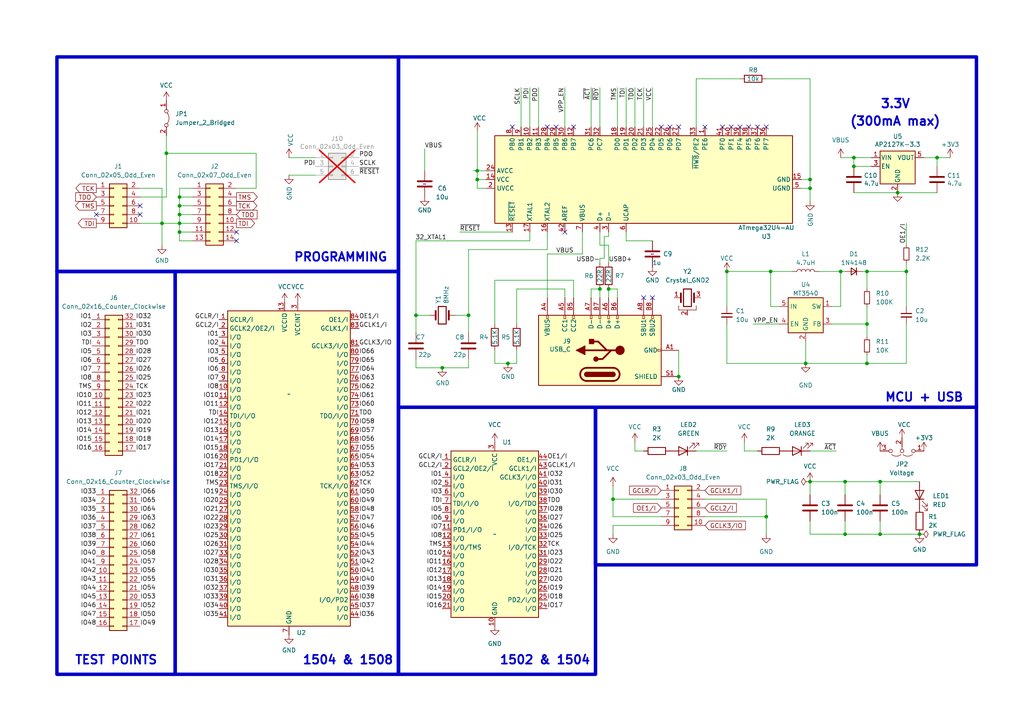
<source format=kicad_sch>
(kicad_sch (version 20231120) (generator "eeschema") (generator_version "8.0")
  (paper "A4")
  (title_block (title "ATF150x Programming Board") (date "2024-04-07") (rev "2") (company "The Really Old-School Company Limited") (comment 1 "Copyright ©2024"))
  (junction (at 247.65 45.72))
  (junction (at 262.89 78.74))
  (junction (at 52.07 64.77))
  (junction (at 251.46 93.98))
  (junction (at 255.27 154.94))
  (junction (at 52.07 62.23))
  (junction (at 251.46 105.41))
  (junction (at 138.43 49.53))
  (junction (at 135.89 91.44))
  (junction (at 52.07 57.15))
  (junction (at 234.95 54.61))
  (junction (at 128.27 106.68))
  (junction (at 271.78 45.72))
  (junction (at 147.32 105.41))
  (junction (at 52.07 59.69))
  (junction (at 46.99 64.77))
  (junction (at 223.52 78.74))
  (junction (at 138.43 52.07))
  (junction (at 52.07 67.31))
  (junction (at 196.85 109.22))
  (junction (at 210.82 78.74))
  (junction (at 247.65 48.26))
  (junction (at 245.11 139.7))
  (junction (at 266.7 154.94))
  (junction (at 222.25 149.86))
  (junction (at 255.27 139.7))
  (junction (at 251.46 78.74))
  (junction (at 234.95 52.07))
  (junction (at 48.26 44.45))
  (junction (at 233.68 105.41))
  (junction (at 243.84 78.74))
  (junction (at 234.95 139.7))
  (junction (at 120.65 91.44))
  (junction (at 173.99 83.82))
  (junction (at 260.35 55.88))
  (junction (at 245.11 154.94))
  (junction (at 177.8 144.78))
  (junction (at 176.53 83.82))
  (no_connect (at 189.23 86.36))
  (no_connect (at 68.58 67.31))
  (no_connect (at 214.63 36.83))
  (no_connect (at 217.17 36.83))
  (no_connect (at 40.64 59.69))
  (no_connect (at 196.85 36.83))
  (no_connect (at 212.09 36.83))
  (no_connect (at 163.83 67.31))
  (no_connect (at 191.77 36.83))
  (no_connect (at 186.69 86.36))
  (no_connect (at 161.29 36.83))
  (no_connect (at 27.94 62.23))
  (no_connect (at 219.71 36.83))
  (no_connect (at 209.55 36.83))
  (no_connect (at 204.47 36.83))
  (no_connect (at 194.31 36.83))
  (no_connect (at 166.37 36.83))
  (no_connect (at 158.75 36.83))
  (no_connect (at 222.25 36.83))
  (no_connect (at 40.64 62.23))
  (no_connect (at 148.59 36.83))
  (no_connect (at 68.58 69.85))
  (wire (pts (xy 143.51 81.28) (xy 143.51 93.98)))
  (wire (pts (xy 176.53 71.12) (xy 176.53 76.2)))
  (wire (pts (xy 138.43 54.61) (xy 140.97 54.61)))
  (wire (pts (xy 243.84 88.9) (xy 243.84 78.74)))
  (wire (pts (xy 171.45 83.82) (xy 173.99 83.82)))
  (wire (pts (xy 262.89 64.77) (xy 262.89 71.12)))
  (wire (pts (xy 156.21 25.4) (xy 156.21 36.83)))
  (wire (pts (xy 173.99 25.4) (xy 173.99 36.83)))
  (wire (pts (xy 83.82 50.8) (xy 91.44 50.8)))
  (wire (pts (xy 196.85 101.6) (xy 196.85 109.22)))
  (wire (pts (xy 243.84 45.72) (xy 247.65 45.72)))
  (wire (pts (xy 153.67 67.31) (xy 153.67 69.85)))
  (wire (pts (xy 52.07 57.15) (xy 55.88 57.15)))
  (wire (pts (xy 181.61 25.4) (xy 181.61 36.83)))
  (wire (pts (xy 201.93 22.86) (xy 214.63 22.86)))
  (wire (pts (xy 271.78 45.72) (xy 275.59 45.72)))
  (wire (pts (xy 247.65 48.26) (xy 247.65 45.72)))
  (wire (pts (xy 83.82 45.72) (xy 91.44 45.72)))
  (wire (pts (xy 176.53 67.31) (xy 176.53 68.58)))
  (wire (pts (xy 173.99 74.93) (xy 173.99 76.2)))
  (wire (pts (xy 173.99 83.82) (xy 173.99 86.36)))
  (wire (pts (xy 173.99 71.12) (xy 176.53 71.12)))
  (wire (pts (xy 266.7 139.7) (xy 255.27 139.7)))
  (wire (pts (xy 232.41 52.07) (xy 234.95 52.07)))
  (wire (pts (xy 234.95 54.61) (xy 234.95 58.42)))
  (wire (pts (xy 191.77 149.86) (xy 177.8 149.86)))
  (wire (pts (xy 176.53 83.82) (xy 179.07 83.82)))
  (wire (pts (xy 191.77 152.4) (xy 177.8 152.4)))
  (wire (pts (xy 158.75 67.31) (xy 158.75 72.39)))
  (wire (pts (xy 149.86 83.82) (xy 149.86 93.98)))
  (wire (pts (xy 138.43 52.07) (xy 140.97 52.07)))
  (wire (pts (xy 247.65 48.26) (xy 252.73 48.26)))
  (wire (pts (xy 171.45 86.36) (xy 171.45 83.82)))
  (wire (pts (xy 247.65 55.88) (xy 260.35 55.88)))
  (wire (pts (xy 138.43 49.53) (xy 138.43 52.07)))
  (wire (pts (xy 234.95 154.94) (xy 245.11 154.94)))
  (wire (pts (xy 175.26 74.93) (xy 173.99 74.93)))
  (wire (pts (xy 143.51 101.6) (xy 143.51 105.41)))
  (wire (pts (xy 52.07 69.85) (xy 55.88 69.85)))
  (wire (pts (xy 204.47 149.86) (xy 222.25 149.86)))
  (wire (pts (xy 48.26 39.37) (xy 48.26 44.45)))
  (wire (pts (xy 168.91 73.66) (xy 158.75 73.66)))
  (wire (pts (xy 175.26 68.58) (xy 176.53 68.58)))
  (wire (pts (xy 166.37 81.28) (xy 143.51 81.28)))
  (wire (pts (xy 245.11 151.13) (xy 245.11 154.94)))
  (wire (pts (xy 234.95 52.07) (xy 234.95 54.61)))
  (wire (pts (xy 177.8 149.86) (xy 177.8 144.78)))
  (wire (pts (xy 124.46 91.44) (xy 120.65 91.44)))
  (wire (pts (xy 222.25 144.78) (xy 222.25 149.86)))
  (wire (pts (xy 262.89 76.2) (xy 262.89 78.74)))
  (wire (pts (xy 52.07 64.77) (xy 55.88 64.77)))
  (wire (pts (xy 255.27 154.94) (xy 266.7 154.94)))
  (wire (pts (xy 245.11 139.7) (xy 234.95 139.7)))
  (wire (pts (xy 247.65 45.72) (xy 252.73 45.72)))
  (wire (pts (xy 40.64 54.61) (xy 46.99 54.61)))
  (wire (pts (xy 158.75 73.66) (xy 158.75 86.36)))
  (wire (pts (xy 40.64 64.77) (xy 46.99 64.77)))
  (wire (pts (xy 177.8 152.4) (xy 177.8 154.94)))
  (wire (pts (xy 135.89 91.44) (xy 135.89 96.52)))
  (wire (pts (xy 215.9 130.81) (xy 219.71 130.81)))
  (wire (pts (xy 74.295 44.45) (xy 74.295 54.61)))
  (wire (pts (xy 191.77 144.78) (xy 177.8 144.78)))
  (wire (pts (xy 179.07 83.82) (xy 179.07 86.36)))
  (wire (pts (xy 163.83 86.36) (xy 163.83 83.82)))
  (wire (pts (xy 251.46 97.79) (xy 251.46 93.98)))
  (wire (pts (xy 166.37 86.36) (xy 166.37 81.28)))
  (wire (pts (xy 52.07 59.69) (xy 52.07 57.15)))
  (wire (pts (xy 168.91 67.31) (xy 168.91 73.66)))
  (wire (pts (xy 232.41 54.61) (xy 234.95 54.61)))
  (wire (pts (xy 255.27 139.7) (xy 245.11 139.7)))
  (wire (pts (xy 241.3 88.9) (xy 243.84 88.9)))
  (wire (pts (xy 262.89 93.98) (xy 262.89 105.41)))
  (wire (pts (xy 210.82 93.98) (xy 210.82 105.41)))
  (wire (pts (xy 215.9 128.27) (xy 215.9 130.81)))
  (wire (pts (xy 52.07 62.23) (xy 52.07 59.69)))
  (wire (pts (xy 147.32 105.41) (xy 149.86 105.41)))
  (wire (pts (xy 46.99 54.61) (xy 46.99 64.77)))
  (wire (pts (xy 210.82 78.74) (xy 223.52 78.74)))
  (wire (pts (xy 138.43 49.53) (xy 140.97 49.53)))
  (wire (pts (xy 171.45 25.4) (xy 171.45 36.83)))
  (wire (pts (xy 123.19 49.53) (xy 123.19 43.18)))
  (wire (pts (xy 135.89 106.68) (xy 135.89 104.14)))
  (wire (pts (xy 120.65 106.68) (xy 120.65 104.14)))
  (wire (pts (xy 52.07 67.31) (xy 55.88 67.31)))
  (wire (pts (xy 153.67 25.4) (xy 153.67 36.83)))
  (wire (pts (xy 179.07 25.4) (xy 179.07 36.83)))
  (wire (pts (xy 234.95 151.13) (xy 234.95 154.94)))
  (wire (pts (xy 120.65 96.52) (xy 120.65 91.44)))
  (wire (pts (xy 137.16 49.53) (xy 138.43 49.53)))
  (wire (pts (xy 52.07 67.31) (xy 52.07 69.85)))
  (wire (pts (xy 135.89 72.39) (xy 158.75 72.39)))
  (wire (pts (xy 251.46 78.74) (xy 250.19 78.74)))
  (wire (pts (xy 222.25 22.86) (xy 234.95 22.86)))
  (wire (pts (xy 223.52 88.9) (xy 223.52 78.74)))
  (wire (pts (xy 52.07 64.77) (xy 52.07 62.23)))
  (wire (pts (xy 120.65 106.68) (xy 128.27 106.68)))
  (wire (pts (xy 48.26 57.15) (xy 40.64 57.15)))
  (wire (pts (xy 201.93 130.81) (xy 210.82 130.81)))
  (wire (pts (xy 133.35 67.31) (xy 148.59 67.31)))
  (wire (pts (xy 226.06 88.9) (xy 223.52 88.9)))
  (wire (pts (xy 271.78 48.26) (xy 271.78 45.72)))
  (wire (pts (xy 128.27 106.68) (xy 135.89 106.68)))
  (wire (pts (xy 186.69 25.4) (xy 186.69 36.83)))
  (wire (pts (xy 222.25 149.86) (xy 222.25 154.94)))
  (wire (pts (xy 46.99 64.77) (xy 52.07 64.77)))
  (wire (pts (xy 151.13 25.4) (xy 151.13 36.83)))
  (wire (pts (xy 149.86 101.6) (xy 149.86 105.41)))
  (wire (pts (xy 260.35 55.88) (xy 271.78 55.88)))
  (wire (pts (xy 46.99 64.77) (xy 46.99 71.12)))
  (wire (pts (xy 189.23 69.85) (xy 181.61 69.85)))
  (wire (pts (xy 184.15 130.81) (xy 186.69 130.81)))
  (wire (pts (xy 223.52 78.74) (xy 229.87 78.74)))
  (wire (pts (xy 251.46 83.82) (xy 251.46 78.74)))
  (wire (pts (xy 234.95 22.86) (xy 234.95 52.07)))
  (wire (pts (xy 245.11 139.7) (xy 245.11 143.51)))
  (wire (pts (xy 245.11 154.94) (xy 255.27 154.94)))
  (wire (pts (xy 143.51 105.41) (xy 147.32 105.41)))
  (wire (pts (xy 267.97 45.72) (xy 271.78 45.72)))
  (wire (pts (xy 233.68 105.41) (xy 251.46 105.41)))
  (wire (pts (xy 135.89 72.39) (xy 135.89 91.44)))
  (wire (pts (xy 251.46 88.9) (xy 251.46 93.98)))
  (wire (pts (xy 233.68 99.06) (xy 233.68 105.41)))
  (wire (pts (xy 210.82 88.9) (xy 210.82 78.74)))
  (wire (pts (xy 237.49 78.74) (xy 243.84 78.74)))
  (wire (pts (xy 245.11 78.74) (xy 243.84 78.74)))
  (wire (pts (xy 176.53 83.82) (xy 176.53 86.36)))
  (wire (pts (xy 210.82 105.41) (xy 233.68 105.41)))
  (wire (pts (xy 218.44 93.98) (xy 226.06 93.98)))
  (wire (pts (xy 120.65 69.85) (xy 120.65 91.44)))
  (wire (pts (xy 234.95 130.81) (xy 242.57 130.81)))
  (wire (pts (xy 262.89 78.74) (xy 262.89 88.9)))
  (wire (pts (xy 181.61 69.85) (xy 181.61 67.31)))
  (wire (pts (xy 163.83 25.4) (xy 163.83 36.83)))
  (wire (pts (xy 52.07 57.15) (xy 52.07 54.61)))
  (wire (pts (xy 68.58 54.61) (xy 74.295 54.61)))
  (wire (pts (xy 74.295 44.45) (xy 48.26 44.45)))
  (wire (pts (xy 163.83 83.82) (xy 149.86 83.82)))
  (wire (pts (xy 120.65 69.85) (xy 153.67 69.85)))
  (wire (pts (xy 177.8 144.78) (xy 177.8 140.97)))
  (wire (pts (xy 52.07 64.77) (xy 52.07 67.31)))
  (wire (pts (xy 201.93 22.86) (xy 201.93 36.83)))
  (wire (pts (xy 184.15 25.4) (xy 184.15 36.83)))
  (wire (pts (xy 262.89 105.41) (xy 251.46 105.41)))
  (wire (pts (xy 234.95 139.7) (xy 234.95 143.51)))
  (wire (pts (xy 251.46 105.41) (xy 251.46 102.87)))
  (wire (pts (xy 175.26 68.58) (xy 175.26 74.93)))
  (wire (pts (xy 189.23 25.4) (xy 189.23 36.83)))
  (wire (pts (xy 138.43 52.07) (xy 138.43 54.61)))
  (wire (pts (xy 204.47 144.78) (xy 222.25 144.78)))
  (wire (pts (xy 241.3 93.98) (xy 251.46 93.98)))
  (wire (pts (xy 52.07 54.61) (xy 55.88 54.61)))
  (wire (pts (xy 52.07 59.69) (xy 55.88 59.69)))
  (wire (pts (xy 48.26 44.45) (xy 48.26 57.15)))
  (wire (pts (xy 251.46 78.74) (xy 262.89 78.74)))
  (wire (pts (xy 255.27 139.7) (xy 255.27 143.51)))
  (wire (pts (xy 132.08 91.44) (xy 135.89 91.44)))
  (wire (pts (xy 255.27 151.13) (xy 255.27 154.94)))
  (wire (pts (xy 138.43 38.1) (xy 138.43 49.53)))
  (wire (pts (xy 52.07 62.23) (xy 55.88 62.23)))
  (wire (pts (xy 173.99 67.31) (xy 173.99 71.12)))
  (wire (pts (xy 184.15 128.27) (xy 184.15 130.81)))
  (rectangle (start 172.72 118.11) (end 283.21 163.83) (stroke (width 1)))
  (rectangle (start 50.8 78.74) (end 115.57 195.58) (stroke (width 1)))
  (rectangle (start 16.51 78.74) (end 50.8 195.58) (stroke (width 1)))
  (rectangle (start 16.51 16.51) (end 115.57 78.74) (stroke (width 1)))
  (rectangle (start 115.57 118.11) (end 172.72 195.58) (stroke (width 1)))
  (rectangle (start 115.57 16.51) (end 283.21 118.11) (stroke (width 1)))
  (text "1504 & 1508" (at 87.63 193.04 0) (effects (font (size 2.5 2.5) (thickness 0.5) (bold yes)) (justify left bottom)))
  (text "(300mA max)" (at 246.38 36.83 0) (effects (font (size 2.54 2.54) (thickness 0.508) (bold yes)) (justify left bottom)))
  (text "PROGRAMMING" (at 85.09 76.2 0) (effects (font (size 2.5 2.5) (thickness 0.5) (bold yes)) (justify left bottom)))
  (text "MCU + USB" (at 256.54 116.84 0) (effects (font (size 2.5 2.5) (thickness 0.5) (bold yes)) (justify left bottom)))
  (text "3.3V" (at 255.27 31.75 0) (effects (font (size 2.54 2.54) (thickness 0.508) (bold yes)) (justify left bottom)))
  (text "TEST POINTS" (at 21.59 193.04 0) (effects (font (size 2.5 2.5) (thickness 0.5) (bold yes)) (justify left bottom)))
  (text "1502 & 1504" (at 144.78 193.04 0) (effects (font (size 2.5 2.5) (thickness 0.5) (bold yes)) (justify left bottom)))
  (label "IO49" (at 104.14 146.05 0))
  (label "IO13" (at 128.27 168.91 180))
  (label "IO19" (at 63.5 143.51 180))
  (label "IO2" (at 128.27 140.97 180))
  (label "IO66" (at 40.64 143.51 0))
  (label "IO30" (at 39.37 97.79 0))
  (label "IO65" (at 104.14 105.41 0))
  (label "PDI" (at 91.44 48.26 180))
  (label "SCLK" (at 104.14 48.26 0))
  (label "IO1" (at 26.67 92.71 180))
  (label "IO25" (at 63.5 156.21 180))
  (label "OE1{slash}I" (at 262.89 64.77 270))
  (label "IO2" (at 26.67 95.25 180))
  (label "IO27" (at 63.5 161.29 180))
  (label "IO41" (at 104.14 166.37 0))
  (label "TCK" (at 39.37 113.03 0))
  (label "IO64" (at 40.64 148.59 0))
  (label "IO48" (at 104.14 148.59 0))
  (label "IO50" (at 40.64 179.07 0))
  (label "IO20" (at 63.5 146.05 180))
  (label "IO12" (at 128.27 166.37 180))
  (label "IO39" (at 27.94 158.75 180))
  (label "IO28" (at 63.5 163.83 180))
  (label "IO46" (at 104.14 153.67 0))
  (label "IO23" (at 63.5 153.67 180))
  (label "PDO" (at 104.14 45.72 0))
  (label "~{ACT}" (at 242.57 130.81 180))
  (label "GCL2{slash}I" (at 128.27 135.89 180))
  (label "IO25" (at 39.37 110.49 0))
  (label "IO31" (at 63.5 168.91 180))
  (label "IO1" (at 63.5 97.79 180))
  (label "VCC" (at 189.23 25.4 270))
  (label "IO61" (at 40.64 156.21 0))
  (label "IO19" (at 39.37 125.73 0))
  (label "VPP_EN" (at 218.44 93.98 0))
  (label "~{RDY}" (at 173.99 25.4 270))
  (label "IO31" (at 158.75 140.97 0))
  (label "IO16" (at 128.27 176.53 180))
  (label "IO2" (at 63.5 100.33 180))
  (label "IO49" (at 40.64 181.61 0))
  (label "IO57" (at 40.64 163.83 0))
  (label "IO14" (at 63.5 128.27 180))
  (label "VPP_EN" (at 163.83 25.4 270))
  (label "IO52" (at 40.64 176.53 0))
  (label "IO5" (at 128.27 148.59 180))
  (label "TMS" (at 26.67 113.03 180))
  (label "IO27" (at 39.37 105.41 0))
  (label "IO44" (at 104.14 158.75 0))
  (label "IO22" (at 158.75 163.83 0))
  (label "IO17" (at 63.5 135.89 180))
  (label "USBD-" (at 173.99 76.2 180))
  (label "~{RESET}" (at 133.35 67.31 0))
  (label "IO60" (at 40.64 158.75 0))
  (label "TDO" (at 158.75 146.05 0))
  (label "IO7" (at 26.67 107.95 180))
  (label "IO11" (at 128.27 163.83 180))
  (label "TDI" (at 63.5 120.65 180))
  (label "IO40" (at 27.94 161.29 180))
  (label "VBUS" (at 123.19 43.18 0))
  (label "IO54" (at 104.14 133.35 0))
  (label "IO18" (at 39.37 128.27 0))
  (label "IO16" (at 26.67 130.81 180))
  (label "IO53" (at 40.64 173.99 0))
  (label "IO60" (at 104.14 118.11 0))
  (label "IO43" (at 27.94 168.91 180))
  (label "IO32" (at 158.75 138.43 0))
  (label "GCLK3{slash}IO" (at 104.14 100.33 0))
  (label "IO38" (at 27.94 156.21 180))
  (label "IO56" (at 40.64 166.37 0))
  (label "IO18" (at 158.75 173.99 0))
  (label "IO48" (at 27.94 181.61 180))
  (label "TCK" (at 104.14 140.97 0))
  (label "IO64" (at 104.14 107.95 0))
  (label "IO32" (at 39.37 92.71 0))
  (label "~{ACT}" (at 171.45 25.4 270))
  (label "VBUS" (at 161.29 73.66 0))
  (label "TDI" (at 128.27 146.05 180))
  (label "IO14" (at 128.27 171.45 180))
  (label "GCLR{slash}I" (at 128.27 133.35 180))
  (label "IO62" (at 104.14 113.03 0))
  (label "IO15" (at 26.67 128.27 180))
  (label "IO57" (at 104.14 125.73 0))
  (label "IO15" (at 128.27 173.99 180))
  (label "GCLR{slash}I" (at 63.5 92.71 180))
  (label "IO58" (at 40.64 161.29 0))
  (label "IO23" (at 39.37 115.57 0))
  (label "IO1" (at 128.27 138.43 180))
  (label "IO37" (at 104.14 176.53 0))
  (label "IO35" (at 63.5 179.07 180))
  (label "IO36" (at 27.94 151.13 180))
  (label "IO26" (at 63.5 158.75 180))
  (label "TDI" (at 26.67 100.33 180))
  (label "OE1{slash}I" (at 158.75 133.35 0))
  (label "IO11" (at 26.67 118.11 180))
  (label "IO53" (at 104.14 135.89 0))
  (label "IO16" (at 63.5 133.35 180))
  (label "IO6" (at 128.27 151.13 180))
  (label "IO37" (at 27.94 153.67 180))
  (label "IO14" (at 26.67 125.73 180))
  (label "IO20" (at 158.75 168.91 0))
  (label "IO45" (at 104.14 156.21 0))
  (label "IO13" (at 63.5 125.73 180))
  (label "IO8" (at 63.5 113.03 180))
  (label "IO8" (at 26.67 110.49 180))
  (label "IO26" (at 39.37 107.95 0))
  (label "GCLK1{slash}I" (at 158.75 135.89 0))
  (label "IO47" (at 27.94 179.07 180))
  (label "TDO" (at 104.14 120.65 0))
  (label "IO52" (at 104.14 138.43 0))
  (label "IO47" (at 104.14 151.13 0))
  (label "IO19" (at 158.75 171.45 0))
  (label "IO11" (at 63.5 118.11 180))
  (label "IO54" (at 40.64 171.45 0))
  (label "IO22" (at 39.37 118.11 0))
  (label "IO21" (at 39.37 120.65 0))
  (label "IO36" (at 104.14 179.07 0))
  (label "TCK" (at 158.75 158.75 0))
  (label "IO61" (at 104.14 115.57 0))
  (label "IO17" (at 158.75 176.53 0))
  (label "IO65" (at 40.64 146.05 0))
  (label "OE1{slash}I" (at 104.14 92.71 0))
  (label "IO58" (at 104.14 123.19 0))
  (label "IO33" (at 63.5 173.99 180))
  (label "IO12" (at 26.67 120.65 180))
  (label "IO34" (at 27.94 146.05 180))
  (label "IO44" (at 27.94 171.45 180))
  (label "GCLK1{slash}I" (at 104.14 95.25 0))
  (label "TMS" (at 128.27 158.75 180))
  (label "IO43" (at 104.14 161.29 0))
  (label "IO7" (at 63.5 110.49 180))
  (label "TMS" (at 63.5 140.97 180))
  (label "PDO" (at 156.21 25.4 270))
  (label "USBD+" (at 176.53 76.2 0))
  (label "TMS" (at 179.07 25.4 270))
  (label "IO6" (at 63.5 107.95 180))
  (label "IO8" (at 128.27 156.21 180))
  (label "IO20" (at 39.37 123.19 0))
  (label "IO35" (at 27.94 148.59 180))
  (label "~{RESET}" (at 104.14 50.8 0))
  (label "SCLK" (at 151.13 25.4 270))
  (label "IO17" (at 39.37 130.81 0))
  (label "IO42" (at 104.14 163.83 0))
  (label "IO3" (at 128.27 143.51 180))
  (label "TDO" (at 39.37 100.33 0))
  (label "IO55" (at 104.14 130.81 0))
  (label "IO46" (at 27.94 176.53 180))
  (label "IO25" (at 158.75 156.21 0))
  (label "IO55" (at 40.64 168.91 0))
  (label "IO3" (at 63.5 102.87 180))
  (label "IO62" (at 40.64 153.67 0))
  (label "IO21" (at 63.5 148.59 180))
  (label "IO10" (at 63.5 115.57 180))
  (label "IO30" (at 158.75 143.51 0))
  (label "IO10" (at 128.27 161.29 180))
  (label "IO34" (at 63.5 176.53 180))
  (label "IO38" (at 104.14 173.99 0))
  (label "IO12" (at 63.5 123.19 180))
  (label "IO28" (at 39.37 102.87 0))
  (label "IO41" (at 27.94 163.83 180))
  (label "IO31" (at 39.37 95.25 0))
  (label "~{RDY}" (at 210.82 130.81 180))
  (label "IO7" (at 128.27 153.67 180))
  (label "TDI" (at 181.61 25.4 270))
  (label "IO22" (at 63.5 151.13 180))
  (label "IO30" (at 63.5 166.37 180))
  (label "IO10" (at 26.67 115.57 180))
  (label "IO15" (at 63.5 130.81 180))
  (label "32_XTAL1" (at 129.54 69.85 180))
  (label "IO56" (at 104.14 128.27 0))
  (label "TCK" (at 186.69 25.4 270))
  (label "IO5" (at 63.5 105.41 180))
  (label "IO18" (at 63.5 138.43 180))
  (label "IO66" (at 104.14 102.87 0))
  (label "IO45" (at 27.94 173.99 180))
  (label "IO50" (at 104.14 143.51 0))
  (label "GCL2{slash}I" (at 63.5 95.25 180))
  (label "IO39" (at 104.14 171.45 0))
  (label "IO13" (at 26.67 123.19 180))
  (label "IO5" (at 26.67 102.87 180))
  (label "IO23" (at 158.75 161.29 0))
  (label "IO32" (at 63.5 171.45 180))
  (label "IO42" (at 27.94 166.37 180))
  (label "IO21" (at 158.75 166.37 0))
  (label "IO40" (at 104.14 168.91 0))
  (label "IO63" (at 40.64 151.13 0))
  (label "IO3" (at 26.67 97.79 180))
  (label "IO27" (at 158.75 151.13 0))
  (label "IO6" (at 26.67 105.41 180))
  (label "IO28" (at 158.75 148.59 0))
  (label "PDI" (at 153.67 25.4 270))
  (label "IO26" (at 158.75 153.67 0))
  (label "TDO" (at 184.15 25.4 270))
  (label "IO63" (at 104.14 110.49 0))
  (label "IO33" (at 27.94 143.51 180))
  (global_label "GCLK1{slash}I" (shape input) (at 204.47 142.24 0) (property "Intersheetrefs" "${INTERSHEET_REFS}" (effects (hide yes))))
  (global_label "TDO" (shape input) (at 68.58 62.23 0) (property "Intersheetrefs" "${INTERSHEET_REFS}" (effects (hide yes))))
  (global_label "TDI" (shape output) (at 68.58 64.77 0) (property "Intersheetrefs" "${INTERSHEET_REFS}" (effects (hide yes))))
  (global_label "GCL2{slash}I" (shape input) (at 204.47 147.32 0) (property "Intersheetrefs" "${INTERSHEET_REFS}" (effects (hide yes))))
  (global_label "TCK" (shape output) (at 68.58 59.69 0) (property "Intersheetrefs" "${INTERSHEET_REFS}" (effects (hide yes))))
  (global_label "TDO" (shape input) (at 27.94 57.15 180) (property "Intersheetrefs" "${INTERSHEET_REFS}" (effects (hide yes))))
  (global_label "GCLR{slash}I" (shape input) (at 191.77 142.24 180) (property "Intersheetrefs" "${INTERSHEET_REFS}" (effects (hide yes))))
  (global_label "TMS" (shape output) (at 68.58 57.15 0) (property "Intersheetrefs" "${INTERSHEET_REFS}" (effects (hide yes))))
  (global_label "TMS" (shape output) (at 27.94 59.69 180) (property "Intersheetrefs" "${INTERSHEET_REFS}" (effects (hide yes))))
  (global_label "GCLK3{slash}IO" (shape input) (at 204.47 152.4 0) (property "Intersheetrefs" "${INTERSHEET_REFS}" (effects (hide yes))))
  (global_label "TDI" (shape output) (at 27.94 64.77 180) (property "Intersheetrefs" "${INTERSHEET_REFS}" (effects (hide yes))))
  (global_label "TCK" (shape output) (at 27.94 54.61 180) (property "Intersheetrefs" "${INTERSHEET_REFS}" (effects (hide yes))))
  (global_label "OE1{slash}I" (shape input) (at 191.77 147.32 180) (property "Intersheetrefs" "${INTERSHEET_REFS}" (effects (hide yes))))
  (symbol (lib_id "power:GND") (at 177.8 154.94 0) (unit 1)
    (property "Reference" "#PWR013" (effects (hide yes)))
    (property "Value" "GND" (at 177.8 160.02 0))
  )
  (symbol (lib_id "power:+3V3") (at 275.59 45.72 0) (unit 1)
    (property "Reference" "#PWR028" (effects (hide yes)))
    (property "Value" "+3V3" (at 275.59 41.91 0))
  )
  (symbol (lib_id "Connector_Generic:Conn_02x05_Odd_Even") (at 196.85 147.32 0) (unit 1)
    (property "Reference" "J8" (at 198.12 135.89 0))
    (property "Value" "Conn_02x03_Odd_Even" (at 198.12 138.43 0))
    (property "Footprint" "Connector_PinHeader_2.54mm:PinHeader_2x05_P2.54mm_Vertical" (effects (hide yes)))
  )
  (symbol (lib_id "power:PWR_FLAG") (at 266.7 154.94 270) (unit 1)
    (property "Reference" "#FLG02" (effects (hide yes)))
    (property "Value" "PWR_FLAG" (at 270.51 154.94 90) (effects (justify left)))
  )
  (symbol (lib_id "power:GND") (at 147.32 105.41 0) (unit 1)
    (property "Reference" "#PWR019" (effects (hide yes)))
    (property "Value" "GND" (at 147.32 109.22 0))
  )
  (symbol (lib_id "Device:C") (at 189.23 73.66 0) (unit 1) (in_bom no)
    (property "Reference" "C9" (at 193.675 73.66 0))
    (property "Value" "1u" (at 190.5 76.2 0))
    (property "Footprint" "Capacitor_SMD:C_0805_2012Metric_Pad1.18x1.45mm_HandSolder" (effects (hide yes)))
    (property "Datasheet" "~" (at 189.23 73.66 0) (effects (font (size 1.524 1.524))))
    (property "LCSC" "C1653" (effects (hide yes)))
  )
  (symbol (lib_id "power:VCC") (at 48.26 29.21 0) (unit 1)
    (property "Reference" "#PWR06" (effects (hide yes)))
    (property "Value" "VCC" (at 48.26 24.765 0))
  )
  (symbol (lib_id "Device:C") (at 120.65 100.33 0) (unit 1) (in_bom no)
    (property "Reference" "C7" (at 121.92 97.79 0))
    (property "Value" "22p" (at 123.19 102.87 0))
    (property "Footprint" "Capacitor_SMD:C_0603_1608Metric_Pad1.08x0.95mm_HandSolder" (effects (hide yes)))
    (property "LCSC" "C15850" (effects (hide yes)))
  )
  (symbol (lib_id "Device:R") (at 223.52 130.81 90) (unit 1)
    (property "Reference" "R9" (at 223.52 124.46 90))
    (property "Value" "2K" (at 223.52 127 90))
    (property "Footprint" "Resistor_SMD:R_0603_1608Metric" (effects (hide yes)))
    (property "LCSC" "C4190" (effects (hide yes)))
  )
  (symbol (lib_id "power:GND") (at 189.23 77.47 0) (unit 1)
    (property "Reference" "#PWR020" (effects (hide yes)))
    (property "Value" "GND" (at 189.23 81.28 0))
  )
  (symbol (lib_id "Device:Crystal_GND2") (at 199.39 86.36 0) (unit 1)
    (property "Reference" "Y2" (at 199.39 78.74 0))
    (property "Value" "Crystal_GND2" (at 199.39 81.28 0))
  )
  (symbol (lib_id "power:GND") (at 46.99 71.12 0) (unit 1)
    (property "Reference" "#PWR07" (effects (hide yes)))
    (property "Value" "GND" (at 46.99 75.565 0))
  )
  (symbol (lib_id "MCU_Microchip_ATmega:ATmega32U4-A") (at 186.69 52.07 90) (unit 1) (in_bom no)
    (property "Reference" "U3" (at 222.25 68.58 90))
    (property "Value" "ATmega32U4-AU" (at 222.25 66.04 90))
    (property "Footprint" "Package_QFP:TQFP-44_10x10mm_P0.8mm" (effects (hide yes)))
    (property "Datasheet" "http://ww1.microchip.com/downloads/en/DeviceDoc/Atmel-7766-8-bit-AVR-ATmega16U4-32U4_Datasheet.pdf" (effects (hide yes)))
    (property "LCSC" "C44854" (effects (hide yes)))
  )
  (symbol (lib_id "Regulator_Switching:MT3608") (at 233.68 91.44 0) (unit 1)
    (property "Reference" "U4" (at 233.68 82.55 0))
    (property "Value" "MT3540" (at 233.68 85.09 0))
    (property "Footprint" "Package_TO_SOT_SMD:SOT-23-5" (effects (hide yes)))
    (property "Datasheet" "https://wmsc.lcsc.com/wmsc/upload/file/pdf/v2/lcsc/2204251615_XI-AN-Aerosemi-Tech-MT3540_C181744.pdf" (effects (hide yes)))
    (property "LCSC" "C181744" (effects (hide yes)))
  )
  (symbol (lib_id "Device:R_Small") (at 251.46 86.36 0) (unit 1)
    (property "Reference" "R10" (at 254 85.09 0) (effects (justify left)))
    (property "Value" "100K" (at 254 87.63 0) (effects (justify left)))
    (property "Footprint" "Resistor_SMD:R_0603_1608Metric" (effects (hide yes)))
    (property "LCSC" "C25803" (effects (hide yes)))
  )
  (symbol (lib_id "power:GND") (at 83.82 184.15 0) (unit 1)
    (property "Reference" "#PWR05" (effects (hide yes)))
    (property "Value" "GND" (at 83.82 188.595 0))
  )
  (symbol (lib_id "power:GND") (at 222.25 154.94 0) (unit 1)
    (property "Reference" "#PWR014" (effects (hide yes)))
    (property "Value" "GND" (at 222.25 160.02 0))
  )
  (symbol (lib_id "power:GND") (at 143.51 181.61 0) (unit 1)
    (property "Reference" "#PWR04" (effects (hide yes)))
    (property "Value" "GND" (at 143.51 186.69 0))
  )
  (symbol (lib_id "power:VCC") (at 138.43 38.1 0) (unit 1)
    (property "Reference" "#PWR032" (effects (hide yes)))
    (property "Value" "VCC" (at 137.16 34.29 0) (effects (justify left)))
  )
  (symbol (lib_id "Device:LED") (at 198.12 130.81 180) (unit 1)
    (property "Reference" "LED2" (at 199.7075 123.19 0))
    (property "Value" "GREEN" (at 199.7075 125.73 0))
    (property "Footprint" "LED_SMD:LED_0603_1608Metric_Pad1.05x0.95mm_HandSolder" (effects (hide yes)))
  )
  (symbol (lib_id "power:GND") (at 234.95 58.42 0) (unit 1)
    (property "Reference" "#PWR024" (effects (hide yes)))
    (property "Value" "GND" (at 235.077 61.6712 90) (effects (justify right)))
  )
  (symbol (lib_id "Device:C") (at 123.19 53.34 0) (unit 1) (in_bom no)
    (property "Reference" "C6" (at 128.27 54.61 0))
    (property "Value" "10u" (at 128.27 57.15 0))
    (property "Footprint" "Capacitor_SMD:C_0805_2012Metric_Pad1.18x1.45mm_HandSolder" (effects (hide yes)))
    (property "Datasheet" "~" (at 123.19 53.34 0) (effects (font (size 1.524 1.524))))
    (property "LCSC" "C1653" (effects (hide yes)))
  )
  (symbol (lib_id "Device:R_Small") (at 262.89 73.66 0) (unit 1)
    (property "Reference" "R12" (at 265.43 72.39 0) (effects (justify left)))
    (property "Value" "2.2K" (at 265.43 74.93 0) (effects (justify left)))
    (property "Footprint" "Resistor_SMD:R_0603_1608Metric" (effects (hide yes)))
    (property "LCSC" "C4190" (effects (hide yes)))
  )
  (symbol (lib_id "Device:R") (at 143.51 97.79 0) (unit 1) (in_bom no)
    (property "Reference" "R4" (at 140.335 97.79 0))
    (property "Value" "5.1K" (at 143.51 97.79 90))
    (property "Footprint" "Resistor_SMD:R_0603_1608Metric_Pad0.98x0.95mm_HandSolder" (effects (hide yes)))
  )
  (symbol (lib_id "Regulator_Linear:AP2127K-3.3") (at 260.35 48.26 0) (unit 1)
    (property "Reference" "U5" (at 260.35 39.5732 0))
    (property "Value" "AP2127K-3.3" (at 260.35 41.8846 0))
    (property "Footprint" "Package_TO_SOT_SMD:SOT-23-5" (effects (hide yes)))
    (property "Datasheet" "https://www.diodes.com/assets/Datasheets/AP2127.pdf" (effects (hide yes)))
  )
  (symbol (lib_id "power:GND") (at 128.27 106.68 0) (unit 1)
    (property "Reference" "#PWR017" (effects (hide yes)))
    (property "Value" "GND" (at 128.397 111.0742 0))
  )
  (symbol (lib_id "Connector_Generic:Conn_02x16_Counter_Clockwise") (at 31.75 110.49 0) (unit 1)
    (property "Reference" "J6" (at 33.02 86.36 0))
    (property "Value" "Conn_02x16_Counter_Clockwise" (at 33.02 88.9 0))
    (property "Footprint" "Connector_PinHeader_2.54mm:PinHeader_2x16_P2.54mm_Vertical" (effects (hide yes)))
  )
  (symbol (lib_id "Device:R_Small") (at 251.46 100.33 0) (unit 1)
    (property "Reference" "R11" (at 254 99.06 0) (effects (justify left)))
    (property "Value" "10K" (at 254 101.6 0) (effects (justify left)))
    (property "Footprint" "Resistor_SMD:R_0603_1608Metric" (effects (hide yes)))
    (property "LCSC" "C25804" (effects (hide yes)))
  )
  (symbol (lib_id "Jumper:Jumper_3_Open") (at 261.62 130.81 180) (unit 1)
    (property "Reference" "JP2" (at 261.62 134.62 0))
    (property "Value" "Voltage" (at 261.62 137.16 0))
    (property "Footprint" "Connector_PinHeader_2.54mm:PinHeader_1x03_P2.54mm_Vertical" (effects (hide yes)))
  )
  (symbol (lib_id "Connector_Generic:Conn_02x07_Odd_Even") (at 60.96 62.23 0) (unit 1)
    (property "Reference" "J2" (at 62.23 48.26 0))
    (property "Value" "Conn_02x07_Odd_Even" (at 62.23 50.8 0))
    (property "Footprint" "Connector_IDC:IDC-Header_2x07_P2.54mm_Vertical" (effects (hide yes)))
  )
  (symbol (lib_id "Device:R") (at 218.44 22.86 270) (unit 1) (in_bom no)
    (property "Reference" "R8" (at 218.44 20.32 90))
    (property "Value" "10k" (at 218.44 22.86 90))
    (property "Footprint" "Resistor_SMD:R_0603_1608Metric_Pad0.98x0.95mm_HandSolder" (effects (hide yes)))
    (property "LCSC" "C23186" (effects (hide yes)))
  )
  (symbol (lib_id "power:VBUS") (at 255.27 130.81 0) (unit 1)
    (property "Reference" "#PWR029" (effects (hide yes)))
    (property "Value" "VBUS" (at 255.27 125.73 0))
  )
  (symbol (lib_id "power:VCC") (at 83.82 45.72 0) (unit 1)
    (property "Reference" "#PWR022" (effects (hide yes)))
    (property "Value" "VCC" (at 84.2772 42.4942 90) (effects (justify left)))
  )
  (symbol (lib_id "power:GND") (at 233.68 105.41 0) (unit 1)
    (property "Reference" "#PWR026" (effects (hide yes)))
    (property "Value" "GND" (at 233.68 111.76 0))
  )
  (symbol (lib_id "Device:C") (at 135.89 100.33 0) (unit 1) (in_bom no)
    (property "Reference" "C8" (at 133.35 97.79 0))
    (property "Value" "22p" (at 133.35 102.87 0))
    (property "Footprint" "Capacitor_SMD:C_0603_1608Metric_Pad1.08x0.95mm_HandSolder" (effects (hide yes)))
    (property "LCSC" "C1653" (effects (hide yes)))
  )
  (symbol (lib_id "CPLD_Microchip:ATF1504AS-PLCC84") (at 83.82 135.89 0) (unit 1)
    (property "Reference" "U2" (at 86.0141 183.515 0) (effects (justify left)))
    (property "Value" "~" (at 83.82 114.3 0))
    (property "Footprint" "Package_LCC:PLCC-84_THT-Socket" (effects (hide yes)))
  )
  (symbol (lib_id "power:VCC") (at 215.9 128.27 0) (unit 1)
    (property "Reference" "#PWR09" (effects (hide yes)))
    (property "Value" "VCC" (at 215.9 123.825 0))
  )
  (symbol (lib_id "Device:C") (at 255.27 147.32 0) (unit 1)
    (property "Reference" "C5" (at 258.445 146.05 0) (effects (justify left)))
    (property "Value" "100n" (at 258.445 148.59 0) (effects (justify left)))
    (property "Footprint" "Capacitor_SMD:C_0603_1608Metric_Pad1.08x0.95mm_HandSolder" (effects (hide yes)))
    (property "LCSC" "C14663" (effects (hide yes)))
  )
  (symbol (lib_id "power:GND") (at 260.35 55.88 0) (unit 1)
    (property "Reference" "#PWR027" (effects (hide yes)))
    (property "Value" "GND" (effects (hide yes)))
  )
  (symbol (lib_id "Connector:USB_C_Receptacle_USB2.0") (at 173.99 101.6 90) (unit 1) (in_bom no)
    (property "Reference" "J9" (at 165.608 98.9838 90) (effects (justify left)))
    (property "Value" "USB_C" (at 165.608 101.2952 90) (effects (justify left)))
    (property "Footprint" "Connector_USB:USB_C_Receptacle_Palconn_UTC16-G" (effects (hide yes)))
    (property "Datasheet" "https://www.usb.org/sites/default/files/documents/usb_type-c.zip" (effects (hide yes)))
    (property "LCSC" "C136423" (effects (hide yes)))
  )
  (symbol (lib_id "power:VCC") (at 82.55 87.63 0) (unit 1)
    (property "Reference" "#PWR02" (effects (hide yes)))
    (property "Value" "VCC" (at 82.55 83.185 0))
  )
  (symbol (lib_id "Device:L") (at 233.68 78.74 90) (unit 1)
    (property "Reference" "L1" (at 233.68 73.66 90))
    (property "Value" "4.7uH" (at 233.68 76.2 90))
    (property "Footprint" "Inductor_SMD:L_0805_2012Metric_Pad1.05x1.20mm_HandSolder" (effects (hide yes)))
    (property "LCSC" "C139243" (effects (hide yes)))
  )
  (symbol (lib_id "power:VCC") (at 210.82 78.74 0) (unit 1)
    (property "Reference" "#PWR016" (effects (hide yes)))
    (property "Value" "VCC" (at 210.82 74.93 0))
  )
  (symbol (lib_id "CPLD_Microchip:ATF1502AS-PLCC44") (at 143.51 154.94 0) (unit 1)
    (property "Reference" "U1" (at 145.7041 128.27 0) (effects (justify left)))
    (property "Value" "~" (at 143.51 154.94 0))
    (property "Footprint" "Package_LCC:PLCC-44_THT-Socket" (effects (hide yes)))
  )
  (symbol (lib_id "power:GND") (at 266.7 154.94 0) (unit 1)
    (property "Reference" "#PWR011" (effects (hide yes)))
    (property "Value" "GND" (at 266.7 159.385 0))
  )
  (symbol (lib_id "Device:C_Small") (at 262.89 91.44 0) (unit 1)
    (property "Reference" "C2" (at 265.43 90.1763 0) (effects (justify left)))
    (property "Value" "10u" (at 265.43 92.7163 0) (effects (justify left)))
    (property "Footprint" "Capacitor_SMD:C_0805_2012Metric_Pad1.18x1.45mm_HandSolder" (effects (hide yes)))
    (property "LCSC" "C15850" (effects (hide yes)))
  )
  (symbol (lib_id "Device:LED") (at 266.7 143.51 90) (unit 1)
    (property "Reference" "LED1" (at 270.51 143.8275 90) (effects (justify right)))
    (property "Value" "RED" (at 270.51 146.3675 90) (effects (justify right)))
    (property "Footprint" "LED_SMD:LED_0603_1608Metric_Pad1.05x0.95mm_HandSolder" (effects (hide yes)))
  )
  (symbol (lib_id "power:VCC") (at 261.62 127 0) (unit 1)
    (property "Reference" "#PWR018" (effects (hide yes)))
    (property "Value" "VCC" (at 260.35 123.19 0) (effects (justify left)))
  )
  (symbol (lib_id "power:VCC") (at 86.36 87.63 0) (unit 1)
    (property "Reference" "#PWR03" (effects (hide yes)))
    (property "Value" "VCC" (at 86.36 83.185 0))
  )
  (symbol (lib_id "Jumper:Jumper_2_Bridged") (at 48.26 34.29 270) (unit 1)
    (property "Reference" "JP1" (at 50.8 33.02 90) (effects (justify left)))
    (property "Value" "Jumper_2_Bridged" (at 50.8 35.56 90) (effects (justify left)))
    (property "Footprint" "Connector_PinHeader_2.54mm:PinHeader_1x02_P2.54mm_Vertical" (effects (hide yes)))
  )
  (symbol (lib_id "power:GND") (at 83.82 50.8 0) (unit 1)
    (property "Reference" "#PWR023" (effects (hide yes)))
    (property "Value" "GND" (at 83.947 54.0512 90) (effects (justify right)))
  )
  (symbol (lib_id "power:VCC") (at 177.8 140.97 0) (unit 1)
    (property "Reference" "#PWR012" (effects (hide yes)))
    (property "Value" "VCC" (at 177.8 135.89 0))
  )
  (symbol (lib_id "power:VCC") (at 143.51 128.27 0) (unit 1)
    (property "Reference" "#PWR01" (effects (hide yes)))
    (property "Value" "VCC" (at 143.51 123.19 0))
  )
  (symbol (lib_id "Connector_Generic:Conn_02x03_Odd_Even") (at 96.52 48.26 0) (unit 1) (in_bom no) (dnp yes)
    (property "Reference" "J10" (at 97.79 40.2082 0))
    (property "Value" "Conn_02x03_Odd_Even" (at 97.79 42.5196 0))
    (property "Footprint" "Connector_PinHeader_2.54mm:PinHeader_2x03_P2.54mm_Vertical" (effects (hide yes)))
  )
  (symbol (lib_id "power:GND") (at 123.19 57.15 0) (unit 1)
    (property "Reference" "#PWR015" (effects (hide yes)))
    (property "Value" "GND" (at 123.19 60.96 0))
  )
  (symbol (lib_id "Connector_Generic:Conn_02x16_Counter_Clockwise") (at 33.02 161.29 0) (unit 1)
    (property "Reference" "J7" (at 34.29 137.16 0))
    (property "Value" "Conn_02x16_Counter_Clockwise" (at 34.29 139.7 0))
    (property "Footprint" "Connector_PinHeader_2.54mm:PinHeader_2x16_P2.54mm_Vertical" (effects (hide yes)))
  )
  (symbol (lib_id "power:VBUS") (at 243.84 45.72 0) (unit 1)
    (property "Reference" "#PWR025" (effects (hide yes)))
    (property "Value" "VBUS" (at 243.84 40.64 0))
  )
  (symbol (lib_id "Device:R") (at 176.53 80.01 0) (unit 1) (in_bom no)
    (property "Reference" "R7" (at 179.705 80.01 0))
    (property "Value" "22R" (at 176.53 80.01 90))
    (property "Footprint" "Resistor_SMD:R_0603_1608Metric_Pad0.98x0.95mm_HandSolder" (effects (hide yes)))
    (property "LCSC" "C4190" (effects (hide yes)))
  )
  (symbol (lib_id "power:VCC") (at 234.95 139.7 0) (unit 1)
    (property "Reference" "#PWR010" (effects (hide yes)))
    (property "Value" "VCC" (at 234.95 135.255 0))
  )
  (symbol (lib_id "power:PWR_FLAG") (at 234.95 139.7 90) (unit 1)
    (property "Reference" "#FLG01" (effects (hide yes)))
    (property "Value" "PWR_FLAG" (at 231.775 139.7 90) (effects (justify left)))
  )
  (symbol (lib_id "Connector_Generic:Conn_02x05_Odd_Even") (at 33.02 59.69 0) (unit 1)
    (property "Reference" "J1" (at 34.29 48.26 0))
    (property "Value" "Conn_02x05_Odd_Even" (at 34.29 50.8 0))
    (property "Footprint" "Connector_IDC:IDC-Header_2x05_P2.54mm_Vertical" (effects (hide yes)))
  )
  (symbol (lib_id "Device:Crystal") (at 128.27 91.44 0) (unit 1) (in_bom no)
    (property "Reference" "Y1" (at 127.1016 88.1126 90) (effects (justify left)))
    (property "Value" "8MHz" (at 129.413 88.1126 90) (effects (justify left)))
    (property "Footprint" "Crystal:Crystal_SMD_5032-2Pin_5.0x3.2mm_HandSoldering" (effects (hide yes)))
    (property "LCSC" "C5280575" (effects (hide yes)))
  )
  (symbol (lib_id "Device:C") (at 245.11 147.32 0) (unit 1)
    (property "Reference" "C4" (at 248.285 146.05 0) (effects (justify left)))
    (property "Value" "100n" (at 248.285 148.59 0) (effects (justify left)))
    (property "Footprint" "Capacitor_SMD:C_0603_1608Metric_Pad1.08x0.95mm_HandSolder" (effects (hide yes)))
    (property "LCSC" "C14663" (effects (hide yes)))
  )
  (symbol (lib_id "Device:R") (at 266.7 151.13 0) (unit 1)
    (property "Reference" "R1" (at 269.24 149.86 0) (effects (justify left)))
    (property "Value" "2K" (at 269.24 152.4 0) (effects (justify left)))
    (property "Footprint" "Resistor_SMD:R_0603_1608Metric" (effects (hide yes)))
    (property "LCSC" "C4190" (effects (hide yes)))
  )
  (symbol (lib_id "power:+3V3") (at 267.97 130.81 0) (unit 1)
    (property "Reference" "#PWR031" (effects (hide yes)))
    (property "Value" "+3V3" (at 267.97 127 0))
  )
  (symbol (lib_id "Device:C_Small") (at 210.82 91.44 0) (unit 1)
    (property "Reference" "C1" (at 213.36 90.1763 0) (effects (justify left)))
    (property "Value" "10u" (at 213.36 92.7163 0) (effects (justify left)))
    (property "Footprint" "Capacitor_SMD:C_0805_2012Metric_Pad1.18x1.45mm_HandSolder" (effects (hide yes)))
    (property "LCSC" "C15850" (effects (hide yes)))
  )
  (symbol (lib_id "Device:R") (at 149.86 97.79 0) (unit 1) (in_bom no)
    (property "Reference" "R5" (at 146.685 97.79 0))
    (property "Value" "5.1K" (at 149.86 97.79 90))
    (property "Footprint" "Resistor_SMD:R_0603_1608Metric_Pad0.98x0.95mm_HandSolder" (effects (hide yes)))
  )
  (symbol (lib_id "power:GND") (at 196.85 109.22 0) (unit 1)
    (property "Reference" "#PWR021" (effects (hide yes)))
    (property "Value" "GND" (at 196.85 113.03 0))
  )
  (symbol (lib_id "Device:R") (at 173.99 80.01 0) (unit 1) (in_bom no)
    (property "Reference" "R6" (at 170.815 80.01 0))
    (property "Value" "22R" (at 173.99 80.01 90))
    (property "Footprint" "Resistor_SMD:R_0603_1608Metric_Pad0.98x0.95mm_HandSolder" (effects (hide yes)))
  )
  (symbol (lib_id "Device:C") (at 247.65 52.07 0) (unit 1)
    (property "Reference" "C10" (at 250.571 50.9016 0) (effects (justify left)))
    (property "Value" "4.7u" (at 250.571 53.213 0) (effects (justify left)))
    (property "Footprint" "Capacitor_SMD:C_0603_1608Metric" (effects (hide yes)))
  )
  (symbol (lib_id "Device:C") (at 271.78 52.07 0) (unit 1)
    (property "Reference" "C11" (at 274.701 50.9016 0) (effects (justify left)))
    (property "Value" "4.7u" (at 274.701 53.213 0) (effects (justify left)))
    (property "Footprint" "Capacitor_SMD:C_0603_1608Metric" (effects (hide yes)))
  )
  (symbol (lib_id "Device:R") (at 190.5 130.81 90) (unit 1)
    (property "Reference" "R3" (at 190.5 124.46 90))
    (property "Value" "2K" (at 190.5 127 90))
    (property "Footprint" "Resistor_SMD:R_0603_1608Metric" (effects (hide yes)))
    (property "LCSC" "C4190" (effects (hide yes)))
  )
  (symbol (lib_id "Device:D_Small") (at 247.65 78.74 180) (unit 1)
    (property "Reference" "D1" (at 247.65 73.66 0))
    (property "Value" "1N4148" (at 247.65 76.2 0))
    (property "Footprint" "Diode_SMD:D_SOD-123" (effects (hide yes)))
    (property "Sim.Device" "D" (effects (hide yes)))
    (property "Sim.Pins" "1=K 2=A" (effects (hide yes)))
    (property "LCSC" "C81598" (effects (hide yes)))
  )
  (symbol (lib_id "Device:LED") (at 231.14 130.81 180) (unit 1)
    (property "Reference" "LED3" (at 232.7275 123.19 0))
    (property "Value" "ORANGE" (at 232.7275 125.73 0))
    (property "Footprint" "LED_SMD:LED_0603_1608Metric_Pad1.05x0.95mm_HandSolder" (effects (hide yes)))
  )
  (symbol (lib_id "power:VCC") (at 184.15 128.27 0) (unit 1)
    (property "Reference" "#PWR08" (effects (hide yes)))
    (property "Value" "VCC" (at 184.15 123.825 0))
  )
  (symbol (lib_id "Device:C") (at 234.95 147.32 180) (unit 1)
    (property "Reference" "C3" (at 238.125 146.05 0) (effects (justify right)))
    (property "Value" "100n" (at 238.125 148.59 0) (effects (justify right)))
    (property "Footprint" "Capacitor_SMD:C_0603_1608Metric_Pad1.08x0.95mm_HandSolder" (effects (hide yes)))
    (property "LCSC" "C14663" (effects (hide yes)))
  )
)
</source>
